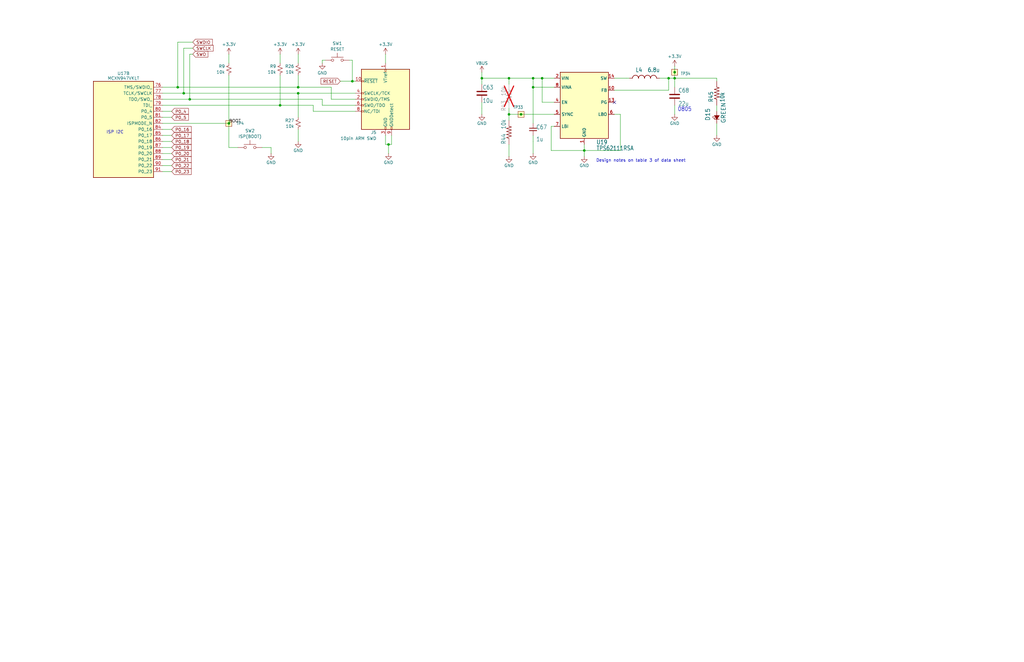
<source format=kicad_sch>
(kicad_sch (version 20250114) (generator "eeschema") (generator_version "9.0")
  (paper "USLedger")
  (title_block (title "OreSat Solar Module - Silicon Cells") (date "2025-09-16") (rev "1.1"))
  (lib_symbols
    (symbol "Connector:Conn_ARM_JTAG_SWD_10" (pin_names (offset 1.016))
      (property "Reference" "J" (at -2.54 16.51 0))
      (property "Value" "Conn_ARM_JTAG_SWD_10" (at -2.54 13.97 0))
      (symbol "Conn_ARM_JTAG_SWD_10_0_1"
        (rectangle (start -10.16 12.7) (end 10.16 -12.7) (stroke (width 0.254)) (fill (type background)))
        (rectangle (start -2.794 -12.7) (end -2.286 -11.684))
        (rectangle (start -0.254 12.7) (end 0.254 11.684))
        (rectangle (start -0.254 -12.7) (end 0.254 -11.684))
        (rectangle (start 9.144 2.286) (end 10.16 2.794))
        (rectangle (start 10.16 7.874) (end 9.144 7.366))
        (rectangle (start 10.16 -0.254) (end 9.144 0.254))
        (rectangle (start 10.16 -2.794) (end 9.144 -2.286))
      )
      (symbol "Conn_ARM_JTAG_SWD_10_1_1"
        (rectangle (start 9.144 -5.334) (end 10.16 -4.826))
        (pin no_connect line (at -10.16 0 0) (length 2.54) (hide yes) (name "KEY") (number "7"))
        (pin passive line (at -2.54 -15.24 90) (length 2.54) (name "GNDDetect") (number "9"))
        (pin power_in line (at 0 15.24 270) (length 2.54) (name "VTref") (number "1"))
        (pin power_in line (at 0 -15.24 90) (length 2.54) (name "GND") (number "3"))
        (pin passive line (at 0 -15.24 90) (length 2.54) (hide yes) (name "GND") (number "5"))
        (pin open_collector line (at 12.7 7.62 180) (length 2.54) (name "~{RESET}") (number "10"))
        (pin output line (at 12.7 2.54 180) (length 2.54) (name "SWCLK/TCK") (number "4"))
        (pin bidirectional line (at 12.7 0 180) (length 2.54) (name "SWDIO/TMS") (number "2"))
        (pin input line (at 12.7 -2.54 180) (length 2.54) (name "SWO/TDO") (number "6"))
        (pin output line (at 12.7 -5.08 180) (length 2.54) (name "NC/TDI") (number "8"))
      )
    )
    (symbol "Device:C" (pin_numbers (hide yes)) (pin_names (offset 0.254))
      (property "Reference" "C" (at 0.635 2.54 0))
      (property "Value" "C" (at 0.635 -2.54 0))
      (symbol "C_0_1"
        (polyline (pts (xy -2.032 0.762) (xy 2.032 0.762)) (stroke (width 0.508)))
        (polyline (pts (xy -2.032 -0.762) (xy 2.032 -0.762)) (stroke (width 0.508)))
      )
      (symbol "C_1_1"
        (pin passive line (at 0 3.81 270) (length 2.794) (name "~") (number "1"))
        (pin passive line (at 0 -3.81 90) (length 2.794) (name "~") (number "2"))
      )
    )
    (symbol "Device:C_Small" (pin_numbers (hide yes)) (pin_names (offset 0.254) (hide yes))
      (property "Reference" "C" (at 0.254 1.778 0))
      (property "Value" "C_Small" (at 0.254 -2.032 0))
      (symbol "C_Small_0_1"
        (polyline (pts (xy -1.524 0.508) (xy 1.524 0.508)) (stroke (width 0.3048)))
        (polyline (pts (xy -1.524 -0.508) (xy 1.524 -0.508)) (stroke (width 0.3302)))
      )
      (symbol "C_Small_1_1"
        (pin passive line (at 0 2.54 270) (length 2.032) (name "~") (number "1"))
        (pin passive line (at 0 -2.54 90) (length 2.032) (name "~") (number "2"))
      )
    )
    (symbol "Device:LED_Small_Filled" (pin_numbers (hide yes)) (pin_names (offset 0.254) (hide yes))
      (property "Reference" "D" (at -1.27 3.175 0))
      (property "Value" "LED_Small_Filled" (at -4.445 -2.54 0))
      (symbol "LED_Small_Filled_0_1"
        (polyline (pts (xy -0.762 -1.016) (xy -0.762 1.016)) (stroke (width 0.254)))
        (polyline (pts (xy 0 0.762) (xy -0.508 1.27) (xy -0.254 1.27) (xy -0.508 1.27) (xy -0.508 1.016)))
        (polyline (pts (xy 0.508 1.27) (xy 0 1.778) (xy 0.254 1.778) (xy 0 1.778) (xy 0 1.524)))
        (polyline (pts (xy 0.762 -1.016) (xy -0.762 0) (xy 0.762 1.016) (xy 0.762 -1.016)) (stroke (width 0.254)) (fill (type outline)))
        (polyline (pts (xy 1.016 0) (xy -0.762 0)))
      )
      (symbol "LED_Small_Filled_1_1"
        (pin passive line (at -2.54 0 0) (length 1.778) (name "K") (number "1"))
        (pin passive line (at 2.54 0 180) (length 1.778) (name "A") (number "2"))
      )
    )
    (symbol "Device:R_Small_US" (pin_numbers (hide yes)) (pin_names (offset 0.254) (hide yes))
      (property "Reference" "R" (at 0.762 0.508 0))
      (property "Value" "R_Small_US" (at 0.762 -1.016 0))
      (symbol "R_Small_US_1_1"
        (polyline (pts (xy 0 1.524) (xy 1.016 1.143) (xy 0 0.762) (xy -1.016 0.381) (xy 0 0)))
        (polyline (pts (xy 0 0) (xy 1.016 -0.381) (xy 0 -0.762) (xy -1.016 -1.143) (xy 0 -1.524)))
        (pin passive line (at 0 2.54 270) (length 1.016) (name "~") (number "1"))
        (pin passive line (at 0 -2.54 90) (length 1.016) (name "~") (number "2"))
      )
    )
    (symbol "Switch:SW_Push" (pin_numbers (hide yes)) (pin_names (offset 1.016) (hide yes))
      (property "Reference" "SW" (at 1.27 2.54 0))
      (property "Value" "SW_Push" (at 0 -1.524 0))
      (symbol "SW_Push_0_1"
        (circle (center -2.032 0) (radius 0.508))
        (polyline (pts (xy 0 1.27) (xy 0 3.048)))
        (circle (center 2.032 0) (radius 0.508))
        (polyline (pts (xy 2.54 1.27) (xy -2.54 1.27)))
        (pin passive line (at -5.08 0 0) (length 2.54) (name "1") (number "1"))
        (pin passive line (at 5.08 0 180) (length 2.54) (name "2") (number "2"))
      )
    )
    (symbol "oresat-ics:MCXN947VKLT"
      (property "Reference" "U" (at 0 49.022 0))
      (property "Value" "MCXN947VKLT" (at 0 46.99 0))
      (symbol "MCXN947VKLT_1_1"
        (rectangle (start -17.78 45.72) (end 17.78 -45.72) (stroke (width 0.254)) (fill (type background)))
        (pin power_in line (at -21.59 41.91 0) (length 3.81) (name "VDD_1") (number "83"))
        (pin power_in line (at -21.59 39.37 0) (length 3.81) (name "VDD_2") (number "96"))
        (pin power_in line (at -21.59 31.75 0) (length 3.81) (name "VDD_P3_1") (number "59"))
        (pin power_in line (at -21.59 29.21 0) (length 3.81) (name "VDD_P3_2") (number "66"))
        (pin power_in line (at -21.59 26.67 0) (length 3.81) (name "VDD_P3_3") (number "73"))
        (pin power_in line (at -21.59 21.59 0) (length 3.81) (name "VDD_P4") (number "34"))
        (pin power_in line (at -21.59 13.97 0) (length 3.81) (name "VDD_USB") (number "44"))
        (pin power_in line (at -21.59 7.62 0) (length 3.81) (name "VDD_BAT") (number "47"))
        (pin power_in line (at -21.59 0 0) (length 3.81) (name "VDD_ANA") (number "30"))
        (pin power_in line (at -21.59 -6.35 0) (length 3.81) (name "VREFH") (number "31"))
        (pin power_in line (at -21.59 -8.89 0) (length 3.81) (name "VREFL") (number "32"))
        (pin power_out line (at -21.59 -16.51 0) (length 3.81) (name "VDD_SYS") (number "55"))
        (pin power_in line (at -21.59 -20.32 0) (length 3.81) (name "VDD_DCDC/VDD_LDO_SYS") (number "54"))
        (pin power_out line (at -21.59 -26.67 0) (length 3.81) (name "DCDC_LX") (number "53"))
        (pin power_in line (at -21.59 -33.02 0) (length 3.81) (name "VDD_LDO_CORE/VDD/VDD_P2") (number "13"))
        (pin power_in line (at -21.59 -39.37 0) (length 3.81) (name "VDD_CORE_1") (number "12"))
        (pin power_in line (at -21.59 -41.91 0) (length 3.81) (name "VDD_CORE_2") (number "58"))
        (pin input line (at 21.59 38.1 180) (length 3.81) (name "RESET_B") (number "9"))
        (pin passive line (at 21.59 27.94 180) (length 3.81) (name "USB0_DP") (number "46"))
        (pin passive line (at 21.59 25.4 180) (length 3.81) (name "USB0_DM") (number "45"))
        (pin no_connect line (at 21.59 0 180) (length 3.81) (name "NC") (number "42"))
        (pin power_in line (at 21.59 -36.83 180) (length 3.81) (name "VSS_DCDC") (number "52"))
        (pin power_in line (at 21.59 -39.37 180) (length 3.81) (name "VSS_P4") (number "33"))
        (pin power_in line (at 21.59 -41.91 180) (length 3.81) (name "EP") (number "101"))
      )
      (symbol "MCXN947VKLT_2_1"
        (rectangle (start -12.7 20.32) (end 12.7 -20.32) (stroke (width 0.254)) (fill (type background)))
        (pin passive line (at -16.51 17.78 0) (length 3.81) (name "P0_0") (number "76") (alternate "TMS/SWDIO " passive line))
        (pin passive line (at -16.51 15.24 0) (length 3.81) (name "P0_1") (number "77") (alternate "TCLK/SWCLK" passive line))
        (pin passive line (at -16.51 12.7 0) (length 3.81) (name "P0_2") (number "78") (alternate "TDO/SWO " passive line))
        (pin passive line (at -16.51 10.16 0) (length 3.81) (name "P0_3") (number "79") (alternate "TDI " passive line))
        (pin passive line (at -16.51 7.62 0) (length 3.81) (name "P0_4") (number "80"))
        (pin passive line (at -16.51 5.08 0) (length 3.81) (name "P0_5") (number "81"))
        (pin passive line (at -16.51 2.54 0) (length 3.81) (name "P0_6") (number "82") (alternate "ISPMODE_N" passive line))
        (pin passive line (at -16.51 0 0) (length 3.81) (name "P0_16") (number "84"))
        (pin passive line (at -16.51 -2.54 0) (length 3.81) (name "P0_17") (number "85"))
        (pin passive line (at -16.51 -5.08 0) (length 3.81) (name "P0_18") (number "86"))
        (pin passive line (at -16.51 -7.62 0) (length 3.81) (name "P0_19") (number "87"))
        (pin passive line (at -16.51 -10.16 0) (length 3.81) (name "P0_20") (number "88"))
        (pin passive line (at -16.51 -12.7 0) (length 3.81) (name "P0_21") (number "89"))
        (pin passive line (at -16.51 -15.24 0) (length 3.81) (name "P0_22") (number "90"))
        (pin passive line (at -16.51 -17.78 0) (length 3.81) (name "P0_23") (number "91"))
      )
      (symbol "MCXN947VKLT_3_1"
        (rectangle (start -12.7 24.13) (end 12.7 -24.13) (stroke (width 0.254)) (fill (type background)))
        (pin passive line (at -16.51 21.59 0) (length 3.81) (name "P1_0") (number "92"))
        (pin passive line (at -16.51 19.05 0) (length 3.81) (name "P1_1") (number "93"))
        (pin passive line (at -16.51 16.51 0) (length 3.81) (name "P1_2") (number "94"))
        (pin passive line (at -16.51 13.97 0) (length 3.81) (name "P1_3") (number "95"))
        (pin passive line (at -16.51 11.43 0) (length 3.81) (name "P1_4") (number "97"))
        (pin passive line (at -16.51 8.89 0) (length 3.81) (name "P1_5") (number "98"))
        (pin passive line (at -16.51 6.35 0) (length 3.81) (name "P1_6") (number "99"))
        (pin passive line (at -16.51 3.81 0) (length 3.81) (name "P1_7") (number "100"))
        (pin passive line (at -16.51 1.27 0) (length 3.81) (name "P1_8") (number "1"))
        (pin passive line (at -16.51 -1.27 0) (length 3.81) (name "P1_9") (number "2"))
        (pin passive line (at -16.51 -3.81 0) (length 3.81) (name "P1_10") (number "3"))
        (pin passive line (at -16.51 -6.35 0) (length 3.81) (name "P1_11") (number "4"))
        (pin passive line (at -16.51 -8.89 0) (length 3.81) (name "P1_12") (number "5"))
        (pin passive line (at -16.51 -11.43 0) (length 3.81) (name "P1_13") (number "6"))
        (pin passive line (at -16.51 -13.97 0) (length 3.81) (name "P1_14") (number "7"))
        (pin passive line (at -16.51 -16.51 0) (length 3.81) (name "P1_15") (number "8"))
        (pin passive line (at -16.51 -19.05 0) (length 3.81) (name "P1_30") (number "10"))
        (pin passive line (at -16.51 -21.59 0) (length 3.81) (name "P1_31") (number "11"))
      )
      (symbol "MCXN947VKLT_4_1"
        (rectangle (start -12.7 11.43) (end 12.7 -11.43) (stroke (width 0.254)) (fill (type background)))
        (pin passive line (at -16.51 8.89 0) (length 3.81) (name "P2_0") (number "14"))
        (pin passive line (at -16.51 6.35 0) (length 3.81) (name "P2_1") (number "15"))
        (pin passive line (at -16.51 3.81 0) (length 3.81) (name "P2_2") (number "16"))
        (pin passive line (at -16.51 1.27 0) (length 3.81) (name "P2_3") (number "17"))
        (pin passive line (at -16.51 -1.27 0) (length 3.81) (name "P2_4") (number "18"))
        (pin passive line (at -16.51 -3.81 0) (length 3.81) (name "P2_5") (number "19"))
        (pin passive line (at -16.51 -6.35 0) (length 3.81) (name "P2_6") (number "20"))
        (pin passive line (at -16.51 -8.89 0) (length 3.81) (name "P2_7") (number "21"))
      )
      (symbol "MCXN947VKLT_5_1"
        (rectangle (start -12.7 21.59) (end 12.7 -21.59) (stroke (width 0.254)) (fill (type background)))
        (pin passive line (at -16.51 19.05 0) (length 3.81) (name "P3_0") (number "75"))
        (pin passive line (at -16.51 16.51 0) (length 3.81) (name "P3_1") (number "74"))
        (pin passive line (at -16.51 13.97 0) (length 3.81) (name "P3_6") (number "72"))
        (pin passive line (at -16.51 11.43 0) (length 3.81) (name "P3_7") (number "71"))
        (pin passive line (at -16.51 8.89 0) (length 3.81) (name "P3_8") (number "70"))
        (pin passive line (at -16.51 6.35 0) (length 3.81) (name "P3_9") (number "69"))
        (pin passive line (at -16.51 3.81 0) (length 3.81) (name "P3_10") (number "68"))
        (pin passive line (at -16.51 1.27 0) (length 3.81) (name "P3_11") (number "67"))
        (pin passive line (at -16.51 -1.27 0) (length 3.81) (name "P3_12") (number "65"))
        (pin passive line (at -16.51 -3.81 0) (length 3.81) (name "P3_13") (number "64"))
        (pin passive line (at -16.51 -6.35 0) (length 3.81) (name "P3_14") (number "63"))
        (pin passive line (at -16.51 -8.89 0) (length 3.81) (name "P3_15") (number "62"))
        (pin passive line (at -16.51 -11.43 0) (length 3.81) (name "P3_16") (number "61"))
        (pin passive line (at -16.51 -13.97 0) (length 3.81) (name "P3_17") (number "60"))
        (pin passive line (at -16.51 -16.51 0) (length 3.81) (name "P3_20") (number "57"))
        (pin passive line (at -16.51 -19.05 0) (length 3.81) (name "P3_21") (number "56"))
      )
      (symbol "MCXN947VKLT_6_1"
        (rectangle (start -12.7 21.59) (end 12.7 -21.59) (stroke (width 0.254)) (fill (type background)))
        (pin passive line (at -16.51 19.05 0) (length 3.81) (name "P4_0/ANA_0") (number "22"))
        (pin passive line (at -16.51 16.51 0) (length 3.81) (name "P4_1/ANA_1") (number "23"))
        (pin passive line (at -16.51 13.97 0) (length 3.81) (name "P4_2") (number "24"))
        (pin passive line (at -16.51 11.43 0) (length 3.81) (name "P4_3") (number "25"))
        (pin passive line (at -16.51 8.89 0) (length 3.81) (name "P4_4/ANA_4") (number "26"))
        (pin passive line (at -16.51 6.35 0) (length 3.81) (name "P4_5/ANA_5") (number "27"))
        (pin passive line (at -16.51 3.81 0) (length 3.81) (name "P4_6/ANA_6") (number "28"))
        (pin passive line (at -16.51 1.27 0) (length 3.81) (name "P4_7/ANA_7") (number "29"))
        (pin passive line (at -16.51 -1.27 0) (length 3.81) (name "P4_12") (number "35"))
        (pin passive line (at -16.51 -3.81 0) (length 3.81) (name "P4_13/ANA_14") (number "36"))
        (pin passive line (at -16.51 -6.35 0) (length 3.81) (name "P4_15") (number "37"))
        (pin passive line (at -16.51 -8.89 0) (length 3.81) (name "P4_16") (number "38"))
        (pin passive line (at -16.51 -11.43 0) (length 3.81) (name "P4_17/ANA_18") (number "39"))
        (pin passive line (at -16.51 -13.97 0) (length 3.81) (name "P4_19") (number "40"))
        (pin passive line (at -16.51 -16.51 0) (length 3.81) (name "P4_20") (number "41"))
        (pin passive line (at -16.51 -19.05 0) (length 3.81) (name "P4_23") (number "43"))
      )
      (symbol "MCXN947VKLT_7_1"
        (rectangle (start -12.7 6.35) (end 12.7 -6.35) (stroke (width 0.254)) (fill (type background)))
        (pin passive line (at -16.51 3.81 0) (length 3.81) (name "P5_0") (number "48"))
        (pin passive line (at -16.51 1.27 0) (length 3.81) (name "P5_1") (number "49"))
        (pin passive line (at -16.51 -1.27 0) (length 3.81) (name "P5_2") (number "50"))
        (pin passive line (at -16.51 -3.81 0) (length 3.81) (name "P5_3") (number "51"))
      )
    )
    (symbol "oresat-ics:TPS6211X"
      (property "Reference" "U" (at 4.826 -21.336 0))
      (symbol "TPS6211X_1_0"
        (pin power_in line (at -12.7 7.62 0) (length 2.54) (name "VIN") (number "2"))
        (pin power_in line (at -12.7 7.62 0) (length 2.54) (hide yes) (name "VIN") (number "3"))
        (pin power_in line (at -12.7 3.81 0) (length 2.54) (name "VINA") (number "8"))
        (pin input line (at -12.7 -2.54 0) (length 2.54) (name "EN") (number "4"))
        (pin input line (at -12.7 -7.62 0) (length 2.54) (name "SYNC") (number "5"))
        (pin input line (at -12.7 -12.7 0) (length 2.54) (name "LBI") (number "7"))
        (pin power_in line (at 0 -20.32 90) (length 2.54) (name "GND") (number "1"))
        (pin power_in line (at 0 -20.32 90) (length 2.54) (hide yes) (name "GND") (number "11"))
        (pin power_in line (at 0 -20.32 90) (length 2.54) (hide yes) (name "GND") (number "12"))
        (pin power_in line (at 0 -20.32 90) (length 2.54) (hide yes) (name "GND") (number "16"))
        (pin power_in line (at 0 -20.32 90) (length 2.54) (hide yes) (name "GND") (number "17"))
        (pin power_in line (at 0 -20.32 90) (length 2.54) (hide yes) (name "GND") (number "9"))
        (pin output line (at 12.7 7.62 180) (length 2.54) (name "SW") (number "14"))
        (pin output line (at 12.7 7.62 180) (length 2.54) (hide yes) (name "SW") (number "15"))
        (pin input line (at 12.7 2.54 180) (length 2.54) (name "FB") (number "10"))
        (pin open_collector line (at 12.7 -2.54 180) (length 2.54) (name "PG") (number "13"))
        (pin open_collector line (at 12.7 -7.62 180) (length 2.54) (name "LBO") (number "6"))
      )
      (symbol "TPS6211X_1_1"
        (rectangle (start -10.16 10.16) (end 10.16 -17.78) (stroke (width 0.254)) (fill (type background)))
      )
    )
    (symbol "oresat-misc:Test-Point-0.75mm-th" (exclude_from_sim yes) (in_bom no)
      (property "Reference" "TP" (at 0 2.54 0))
      (symbol "Test-Point-0.75mm-th_1_0"
        (pin passive line (at 0 0 0) (length 0) (name "1") (number "1"))
      )
      (symbol "Test-Point-0.75mm-th_1_1"
        (rectangle (start -1.27 1.27) (end 1.27 -1.27) (fill (type background)))
      )
    )
    (symbol "oresat-passives:L_BIG" (pin_numbers (hide yes)) (pin_names (offset 1.016) (hide yes))
      (property "Reference" "L" (at -2.794 0 90))
      (property "Value" "L" (at 3.556 0 90))
      (symbol "L_BIG_1_1"
        (arc (start 0 5.08) (mid 1.27 3.81) (end 0 2.54) (stroke (width 0.25)))
        (arc (start 0 2.54) (mid 1.27 1.27) (end 0 0) (stroke (width 0.25)))
        (arc (start 0 0) (mid 1.27 -1.27) (end 0 -2.54) (stroke (width 0.25)))
        (arc (start 0 -2.54) (mid 1.27 -3.81) (end 0 -5.08) (stroke (width 0.25)))
        (pin passive line (at 0 6.35 270) (length 1.27) (name "1") (number "1"))
        (pin passive line (at 0 -6.35 90) (length 1.27) (name "2") (number "2"))
      )
    )
    (symbol "oresat-passives:R-US"
      (property "Reference" "R" (at 0 2.54 0))
      (symbol "R-US_1_0"
        (polyline (pts (xy -2.54 0) (xy -2.159 1.016)) (stroke (width 0.2032)))
        (polyline (pts (xy -2.159 1.016) (xy -1.524 -1.016)) (stroke (width 0.2032)))
        (polyline (pts (xy -1.524 -1.016) (xy -0.889 1.016)) (stroke (width 0.2032)))
        (polyline (pts (xy -0.889 1.016) (xy -0.254 -1.016)) (stroke (width 0.2032)))
        (polyline (pts (xy -0.254 -1.016) (xy 0.381 1.016)) (stroke (width 0.2032)))
        (polyline (pts (xy 0.381 1.016) (xy 1.016 -1.016)) (stroke (width 0.2032)))
        (polyline (pts (xy 1.016 -1.016) (xy 1.651 1.016)) (stroke (width 0.2032)))
        (polyline (pts (xy 1.651 1.016) (xy 2.286 -1.016)) (stroke (width 0.2032)))
        (polyline (pts (xy 2.286 -1.016) (xy 2.54 0)) (stroke (width 0.2032)))
        (pin passive line (at -5.08 0 0) (length 2.54) (name "1") (number "1"))
        (pin passive line (at 5.08 0 180) (length 2.54) (name "2") (number "2"))
      )
    )
    (symbol "power:+3.3V" (power) (pin_numbers (hide yes)) (pin_names (offset 0) (hide yes))
      (property "Value" "+3.3V" (at 0 3.556 0))
      (symbol "+3.3V_0_1"
        (polyline (pts (xy -0.762 1.27) (xy 0 2.54)))
        (polyline (pts (xy 0 2.54) (xy 0.762 1.27)))
        (polyline (pts (xy 0 0) (xy 0 2.54)))
      )
      (symbol "+3.3V_1_1"
        (pin power_in line (at 0 0 90) (length 0) (name "~") (number "1"))
      )
    )
    (symbol "power:GND" (power) (pin_numbers (hide yes)) (pin_names (offset 0) (hide yes))
      (property "Value" "GND" (at 0 -3.81 0))
      (symbol "GND_0_1"
        (polyline (pts (xy 0 0) (xy 0 -1.27) (xy 1.27 -1.27) (xy 0 -2.54) (xy -1.27 -1.27) (xy 0 -1.27)))
      )
      (symbol "GND_1_1"
        (pin power_in line (at 0 0 270) (length 0) (name "~") (number "1"))
      )
    )
    (symbol "power:VBUS" (power) (pin_numbers (hide yes)) (pin_names (offset 0) (hide yes))
      (property "Value" "VBUS" (at 0 3.556 0))
      (symbol "VBUS_0_1"
        (polyline (pts (xy -0.762 1.27) (xy 0 2.54)))
        (polyline (pts (xy 0 2.54) (xy 0.762 1.27)))
        (polyline (pts (xy 0 0) (xy 0 2.54)))
      )
      (symbol "VBUS_1_1"
        (pin power_in line (at 0 0 90) (length 0) (name "~") (number "1"))
      )
    )
  )
  (text "0805" (at 285.75 47.244 0) (effects (font (size 1.778 1.5113)) (justify left bottom)))
  (text "ISP I2C" (at 48.514 55.88 0) (effects (font (size 1.27 1.27))))
  (text "Design notes on table 3 of data sheet" (at 270.256 67.818 0) (effects (font (size 1.27 1.27))))
  (junction (at 284.48 33.02))
  (junction (at 228.6 33.02))
  (junction (at 148.59 34.29))
  (junction (at 118.11 44.45))
  (junction (at 125.73 39.37))
  (junction (at 224.79 36.83))
  (junction (at 214.63 33.02))
  (junction (at 74.93 36.83))
  (junction (at 125.73 36.83))
  (junction (at 163.83 60.96))
  (junction (at 80.01 41.91))
  (junction (at 203.2 33.02))
  (junction (at 284.48 30.48))
  (junction (at 246.38 63.5))
  (junction (at 219.71 48.26))
  (junction (at 281.94 33.02))
  (junction (at 224.79 33.02))
  (junction (at 77.47 39.37))
  (junction (at 96.52 52.07))
  (junction (at 214.63 48.26))
  (no_connect (at 259.08 43.18))
  (wire (pts (xy 214.63 48.26) (xy 214.63 45.72)) (stroke (width 0.1524)))
  (wire (pts (xy 284.48 33.02) (xy 284.48 30.48)) (stroke (width 0.1524)))
  (wire (pts (xy 68.58 72.39) (xy 72.39 72.39)))
  (wire (pts (xy 264.16 33.02) (xy 265.43 33.02)))
  (wire (pts (xy 214.63 35.56) (xy 214.63 33.02)) (stroke (width 0.1524)))
  (wire (pts (xy 165.1 57.15) (xy 165.1 60.96)))
  (wire (pts (xy 302.26 33.02) (xy 302.26 34.29)) (stroke (width 0.1524)))
  (wire (pts (xy 135.89 41.91) (xy 80.01 41.91)))
  (wire (pts (xy 261.62 48.26) (xy 261.62 63.5)) (stroke (width 0.1524)))
  (wire (pts (xy 125.73 36.83) (xy 139.7 36.83)))
  (wire (pts (xy 68.58 59.69) (xy 72.39 59.69)))
  (wire (pts (xy 68.58 54.61) (xy 72.39 54.61)))
  (wire (pts (xy 219.71 48.26) (xy 233.68 48.26)))
  (wire (pts (xy 165.1 60.96) (xy 163.83 60.96)))
  (wire (pts (xy 162.56 22.86) (xy 162.56 26.67)))
  (wire (pts (xy 80.01 22.86) (xy 80.01 41.91)))
  (wire (pts (xy 74.93 17.78) (xy 74.93 36.83)))
  (wire (pts (xy 81.28 17.78) (xy 74.93 17.78)))
  (wire (pts (xy 203.2 45.72) (xy 203.2 48.26)))
  (wire (pts (xy 148.59 25.4) (xy 148.59 34.29)))
  (wire (pts (xy 148.59 34.29) (xy 143.51 34.29)))
  (wire (pts (xy 232.41 53.34) (xy 232.41 63.5)) (stroke (width 0.1524)))
  (wire (pts (xy 96.52 52.07) (xy 96.52 62.23)))
  (wire (pts (xy 118.11 44.45) (xy 68.58 44.45)))
  (wire (pts (xy 246.38 63.5) (xy 246.38 66.04)) (stroke (width 0.1524)))
  (wire (pts (xy 135.89 41.91) (xy 135.89 44.45)))
  (wire (pts (xy 232.41 63.5) (xy 246.38 63.5)) (stroke (width 0.1524)))
  (wire (pts (xy 232.41 53.34) (xy 233.68 53.34)))
  (wire (pts (xy 149.86 34.29) (xy 148.59 34.29)))
  (wire (pts (xy 203.2 43.18) (xy 203.2 45.72)) (stroke (width 0.1524)))
  (wire (pts (xy 233.68 36.83) (xy 224.79 36.83)))
  (wire (pts (xy 125.73 39.37) (xy 125.73 49.53)))
  (wire (pts (xy 68.58 62.23) (xy 72.39 62.23)))
  (wire (pts (xy 125.73 22.86) (xy 125.73 26.67)))
  (wire (pts (xy 302.26 52.07) (xy 302.26 57.15)) (stroke (width 0.1524)))
  (wire (pts (xy 74.93 36.83) (xy 68.58 36.83)))
  (wire (pts (xy 214.63 48.26) (xy 219.71 48.26)) (stroke (width 0.1524)))
  (wire (pts (xy 118.11 31.75) (xy 118.11 44.45)))
  (wire (pts (xy 149.86 44.45) (xy 135.89 44.45)))
  (wire (pts (xy 162.56 57.15) (xy 162.56 60.96)))
  (wire (pts (xy 125.73 39.37) (xy 77.47 39.37)))
  (wire (pts (xy 114.3 62.23) (xy 110.49 62.23)))
  (wire (pts (xy 228.6 33.02) (xy 233.68 33.02)) (stroke (width 0.1524)))
  (wire (pts (xy 68.58 69.85) (xy 72.39 69.85)))
  (wire (pts (xy 214.63 50.8) (xy 214.63 48.26)) (stroke (width 0.1524)))
  (wire (pts (xy 81.28 22.86) (xy 80.01 22.86)))
  (wire (pts (xy 139.7 36.83) (xy 139.7 41.91)))
  (wire (pts (xy 259.08 48.26) (xy 261.62 48.26)) (stroke (width 0.1524)))
  (wire (pts (xy 68.58 46.99) (xy 72.39 46.99)))
  (wire (pts (xy 132.08 46.99) (xy 149.86 46.99)))
  (wire (pts (xy 96.52 31.75) (xy 96.52 52.07)))
  (wire (pts (xy 284.48 44.45) (xy 284.48 48.26)) (stroke (width 0.1524)))
  (wire (pts (xy 224.79 59.69) (xy 224.79 64.77)) (stroke (width 0.1524)))
  (wire (pts (xy 81.28 20.32) (xy 77.47 20.32)))
  (wire (pts (xy 281.94 33.02) (xy 284.48 33.02)) (stroke (width 0.1524)))
  (wire (pts (xy 77.47 20.32) (xy 77.47 39.37)))
  (wire (pts (xy 125.73 31.75) (xy 125.73 36.83)))
  (wire (pts (xy 284.48 33.02) (xy 302.26 33.02)) (stroke (width 0.1524)))
  (wire (pts (xy 68.58 49.53) (xy 72.39 49.53)))
  (wire (pts (xy 147.32 25.4) (xy 148.59 25.4)))
  (wire (pts (xy 96.52 62.23) (xy 100.33 62.23)))
  (wire (pts (xy 139.7 41.91) (xy 149.86 41.91)))
  (wire (pts (xy 162.56 60.96) (xy 163.83 60.96)))
  (wire (pts (xy 125.73 54.61) (xy 125.73 59.69)))
  (wire (pts (xy 149.86 39.37) (xy 125.73 39.37)))
  (wire (pts (xy 118.11 22.86) (xy 118.11 26.67)))
  (wire (pts (xy 68.58 57.15) (xy 72.39 57.15)))
  (wire (pts (xy 259.08 33.02) (xy 264.16 33.02)) (stroke (width 0.1524)))
  (wire (pts (xy 261.62 63.5) (xy 246.38 63.5)) (stroke (width 0.1524)))
  (wire (pts (xy 233.68 43.18) (xy 228.6 43.18)))
  (wire (pts (xy 259.08 38.1) (xy 281.94 38.1)) (stroke (width 0.1524)))
  (wire (pts (xy 284.48 33.02) (xy 284.48 36.83)))
  (wire (pts (xy 214.63 60.96) (xy 214.63 66.04)) (stroke (width 0.1524)))
  (wire (pts (xy 278.13 33.02) (xy 281.94 33.02)) (stroke (width 0.1524)))
  (wire (pts (xy 302.26 44.45) (xy 302.26 46.99)))
  (wire (pts (xy 246.38 60.96) (xy 246.38 63.5)))
  (wire (pts (xy 96.52 52.07) (xy 68.58 52.07)))
  (wire (pts (xy 284.48 27.94) (xy 284.48 30.48)) (stroke (width 0.1524)))
  (wire (pts (xy 68.58 67.31) (xy 72.39 67.31)))
  (wire (pts (xy 224.79 36.83) (xy 224.79 33.02)))
  (wire (pts (xy 125.73 36.83) (xy 74.93 36.83)))
  (wire (pts (xy 214.63 33.02) (xy 224.79 33.02)) (stroke (width 0.1524)))
  (wire (pts (xy 203.2 35.56) (xy 203.2 33.02)) (stroke (width 0.1524)))
  (wire (pts (xy 203.2 33.02) (xy 214.63 33.02)) (stroke (width 0.1524)))
  (wire (pts (xy 135.89 25.4) (xy 135.89 26.67)))
  (wire (pts (xy 224.79 33.02) (xy 228.6 33.02)) (stroke (width 0.1524)))
  (wire (pts (xy 96.52 22.86) (xy 96.52 26.67)))
  (wire (pts (xy 137.16 25.4) (xy 135.89 25.4)))
  (wire (pts (xy 118.11 44.45) (xy 132.08 44.45)))
  (wire (pts (xy 163.83 60.96) (xy 163.83 64.77)))
  (wire (pts (xy 224.79 36.83) (xy 224.79 52.07)))
  (wire (pts (xy 77.47 39.37) (xy 68.58 39.37)))
  (wire (pts (xy 80.01 41.91) (xy 68.58 41.91)))
  (wire (pts (xy 132.08 44.45) (xy 132.08 46.99)))
  (wire (pts (xy 224.79 57.15) (xy 224.79 59.69)))
  (wire (pts (xy 68.58 64.77) (xy 72.39 64.77)))
  (wire (pts (xy 203.2 33.02) (xy 203.2 30.48)) (stroke (width 0.1524)))
  (wire (pts (xy 281.94 38.1) (xy 281.94 33.02)) (stroke (width 0.1524)))
  (wire (pts (xy 114.3 64.77) (xy 114.3 62.23)))
  (wire (pts (xy 228.6 33.02) (xy 228.6 43.18)))
  (label "BOOT" (at 96.52 52.07 0))
  (global_label "P0_16" (shape input) (at 72.39 54.61 0) (property "Intersheetrefs" "${INTERSHEET_REFS}" (effects (hide yes))))
  (global_label "P0_23" (shape input) (at 72.39 72.39 0) (property "Intersheetrefs" "${INTERSHEET_REFS}" (effects (hide yes))))
  (global_label "RESET" (shape input) (at 143.51 34.29 180) (property "Intersheetrefs" "${INTERSHEET_REFS}" (effects (hide yes))))
  (global_label "P0_4" (shape input) (at 72.39 46.99 0) (property "Intersheetrefs" "${INTERSHEET_REFS}" (effects (hide yes))))
  (global_label "P0_17" (shape input) (at 72.39 57.15 0) (property "Intersheetrefs" "${INTERSHEET_REFS}" (effects (hide yes))))
  (global_label "SWDIO" (shape input) (at 81.28 17.78 0) (property "Intersheetrefs" "${INTERSHEET_REFS}" (effects (hide yes))))
  (global_label "P0_19" (shape input) (at 72.39 62.23 0) (property "Intersheetrefs" "${INTERSHEET_REFS}" (effects (hide yes))))
  (global_label "P0_18" (shape input) (at 72.39 59.69 0) (property "Intersheetrefs" "${INTERSHEET_REFS}" (effects (hide yes))))
  (global_label "SWCLK" (shape input) (at 81.28 20.32 0) (property "Intersheetrefs" "${INTERSHEET_REFS}" (effects (hide yes))))
  (global_label "P0_22" (shape input) (at 72.39 69.85 0) (property "Intersheetrefs" "${INTERSHEET_REFS}" (effects (hide yes))))
  (global_label "P0_20" (shape input) (at 72.39 64.77 0) (property "Intersheetrefs" "${INTERSHEET_REFS}" (effects (hide yes))))
  (global_label "P0_5" (shape input) (at 72.39 49.53 0) (property "Intersheetrefs" "${INTERSHEET_REFS}" (effects (hide yes))))
  (global_label "SWO" (shape input) (at 81.28 22.86 0) (property "Intersheetrefs" "${INTERSHEET_REFS}" (effects (hide yes))))
  (global_label "P0_21" (shape input) (at 72.39 67.31 0) (property "Intersheetrefs" "${INTERSHEET_REFS}" (effects (hide yes))))
  (symbol (lib_id "oresat-passives:R-US") (at 214.63 55.88 90) (unit 1)
    (property "Reference" "R44" (at 213.36 60.96 0) (effects (font (size 1.778 1.5113)) (justify left bottom)))
    (property "Value" "10k" (at 213.36 54.61 0) (effects (font (size 1.778 1.5113)) (justify left bottom)))
    (property "Footprint" "oresat-passives:0603-C-NOSILK" (effects (hide yes)))
    (property "Description" "10 kOhms ±1% 0.1W, 1/10W Chip Resistor 0603 (1608 Metric) Automotive AEC-Q200 Thick Film" (effects (hide yes)))
    (property "DIS" "Digi-Key" (effects (hide yes)))
    (property "DPN" "1276-4275-1-ND" (effects (hide yes)))
    (property "MFR" "Stackpole Electronics Inc" (effects (hide yes)))
    (property "MPN" "RMCF0603FT10K0" (effects (hide yes)))
  )
  (symbol (lib_id "power:VBUS") (at 203.2 30.48 0) (unit 1)
    (property "Reference" "#PWR030" (effects (hide yes)))
    (property "Value" "VBUS" (at 203.2 26.67 0))
    (property "Description" "Power symbol creates a global label with name \"VBUS\"" (effects (hide yes)))
  )
  (symbol (lib_id "power:GND") (at 224.79 64.77 0) (unit 1)
    (property "Reference" "#GND068" (effects (hide yes)))
    (property "Value" "GND" (at 224.79 68.58 0))
    (property "Description" "Power symbol creates a global label with name \"GND\" , ground" (effects (hide yes)))
  )
  (symbol (lib_id "power:GND") (at 114.3 64.77 0) (mirror y) (unit 1)
    (property "Reference" "#PWR047" (effects (hide yes)))
    (property "Value" "GND" (at 114.3 68.58 0))
    (property "Description" "Power symbol creates a global label with name \"GND\" , ground" (effects (hide yes)))
  )
  (symbol (lib_id "power:GND") (at 246.38 66.04 0) (unit 1)
    (property "Reference" "#GND067" (effects (hide yes)))
    (property "Value" "GND" (at 246.38 69.85 0))
    (property "Description" "Power symbol creates a global label with name \"GND\" , ground" (effects (hide yes)))
  )
  (symbol (lib_id "Connector:Conn_ARM_JTAG_SWD_10") (at 162.56 41.91 0) (mirror y) (unit 1)
    (property "Reference" "J5" (at 158.75 55.88 0) (effects (justify left)))
    (property "Value" "10pin ARM SWD" (at 158.75 58.42 0) (effects (justify left)))
    (property "Footprint" "Connector_PinHeader_1.27mm:PinHeader_2x05_P1.27mm_Vertical" (effects (hide yes)))
    (property "Datasheet" "http://infocenter.arm.com/help/topic/com.arm.doc.ddi0314h/DDI0314H_coresight_components_trm.pdf" (effects (hide yes)))
    (property "Description" "Cortex Debug Connector, standard ARM Cortex-M SWD and JTAG interface" (effects (hide yes)))
    (property "MFR" "GCT" (effects (hide yes)))
    (property "MPN" "BD120-10-A-0305-0229-L-B" (effects (hide yes)))
  )
  (symbol (lib_id "Device:R_Small_US") (at 125.73 52.07 0) (mirror x) (unit 1)
    (property "Reference" "R27" (at 124.079 50.8578 0) (effects (justify right)))
    (property "Value" "10k" (at 124.079 53.2821 0) (effects (justify right)))
    (property "Footprint" "oresat-passives:0603-C-NOSILK" (effects (hide yes)))
    (property "Description" "10 kOhms ±1% 0.1W, 1/10W Chip Resistor 0603 (1608 Metric) Automotive AEC-Q200 Thick Film" (effects (hide yes)))
    (property "MFR" "Stackpole Electronics Inc" (effects (hide yes)))
    (property "MPN" "RMCF0603FT10K0" (effects (hide yes)))
  )
  (symbol (lib_id "oresat-misc:Test-Point-0.75mm-th") (at 219.71 48.26 0) (unit 1) (in_bom no)
    (property "Reference" "TP33" (at 216.408 45.974 0) (effects (font (size 1.27 1.0795)) (justify left bottom)))
    (property "Value" "Test-Point" (effects (hide yes)))
    (property "Footprint" "oresat-misc:TestPoint-0.75mm-th" (effects (hide yes)))
    (property "Description" "0.75 mm TH test point; good for scope probes and jumpers" (effects (hide yes)))
  )
  (symbol (lib_id "power:GND") (at 284.48 48.26 0) (mirror y) (unit 1)
    (property "Reference" "#GND070" (effects (hide yes)))
    (property "Value" "GND" (at 284.48 52.07 0))
    (property "Description" "Power symbol creates a global label with name \"GND\" , ground" (effects (hide yes)))
  )
  (symbol (lib_id "power:GND") (at 163.83 64.77 0) (mirror y) (unit 1)
    (property "Reference" "#PWR038" (effects (hide yes)))
    (property "Value" "GND" (at 163.83 68.58 0))
    (property "Description" "Power symbol creates a global label with name \"GND\" , ground" (effects (hide yes)))
  )
  (symbol (lib_id "oresat-misc:Test-Point-0.75mm-th") (at 96.52 52.07 90) (unit 1) (exclude_from_sim yes) (in_bom no)
    (property "Reference" "TP4" (at 102.87 52.07 90) (effects (font (size 1.27 1.0795)) (justify left)))
    (property "Value" "Test-Point" (effects (hide yes)))
    (property "Footprint" "oresat-misc:TestPoint-0.75mm-th" (effects (hide yes)))
    (property "Description" "0.75 mm TH test point; good for scope probes and jumpers" (effects (hide yes)))
  )
  (symbol (lib_id "power:+3.3V") (at 96.52 22.86 0) (mirror y) (unit 1)
    (property "Reference" "#PWR051" (effects (hide yes)))
    (property "Value" "+3.3V" (at 96.52 18.7269 0))
    (property "Description" "Power symbol creates a global label with name \"+3.3V\"" (effects (hide yes)))
  )
  (symbol (lib_id "oresat-passives:R-US") (at 214.63 40.64 90) (unit 1) (dnp yes)
    (property "Reference" "R43" (at 213.36 46.99 0) (effects (font (size 1.778 1.5113)) (justify left bottom)))
    (property "Value" "10k" (at 213.36 40.64 0) (effects (font (size 1.778 1.5113)) (justify left bottom)))
    (property "Footprint" "oresat-passives:0603-C-NOSILK" (effects (hide yes)))
    (property "DIS" "Digi-Key" (effects (hide yes)))
    (property "DPN" "RNCP0603FTD10K0CT-ND  " (effects (hide yes)))
    (property "MFR" "Stackpole" (effects (hide yes)))
    (property "MPN" "RNCP0603FTD10K0" (effects (hide yes)))
  )
  (symbol (lib_id "Device:C") (at 203.2 39.37 0) (unit 1)
    (property "Reference" "C63" (at 203.454 37.846 0) (effects (font (size 1.778 1.5113)) (justify left bottom)))
    (property "Value" "10u" (at 203.454 43.434 0) (effects (font (size 1.778 1.5113)) (justify left bottom)))
    (property "Footprint" "oresat-passives:0603-C-NOSILK" (effects (hide yes)))
    (property "Datasheet" "https://search.murata.co.jp/Ceramy/image/img/A01X/G101/ENG/GRM188R61E106KA73-01.pdf" (effects (hide yes)))
    (property "Description" "10 µF ±10% 25V Ceramic Capacitor X5R 0603 (1608 Metric)" (effects (hide yes)))
    (property "DIS" "Digi-Key" (effects (hide yes)))
    (property "DPN" "1276-6472-1-ND" (effects (hide yes)))
    (property "MFR" "Murata Electronics" (effects (hide yes)))
    (property "MPN" "GRM188R61E106KA73D" (effects (hide yes)))
  )
  (symbol (lib_id "power:GND") (at 203.2 48.26 0) (unit 1)
    (property "Reference" "#GND069" (effects (hide yes)))
    (property "Value" "GND" (at 203.2 52.07 0))
    (property "Description" "Power symbol creates a global label with name \"GND\" , ground" (effects (hide yes)))
  )
  (symbol (lib_id "Device:R_Small_US") (at 125.73 29.21 0) (mirror x) (unit 1)
    (property "Reference" "R26" (at 124.079 27.9978 0) (effects (justify right)))
    (property "Value" "10k" (at 124.079 30.4221 0) (effects (justify right)))
    (property "Footprint" "oresat-passives:0603-C-NOSILK" (effects (hide yes)))
    (property "Description" "10 kOhms ±1% 0.1W, 1/10W Chip Resistor 0603 (1608 Metric) Automotive AEC-Q200 Thick Film" (effects (hide yes)))
    (property "MFR" "Stackpole Electronics Inc" (effects (hide yes)))
    (property "MPN" "RMCF0603FT10K0" (effects (hide yes)))
  )
  (symbol (lib_id "oresat-misc:Test-Point-0.75mm-th") (at 284.48 30.48 0) (unit 1) (in_bom no)
    (property "Reference" "TP34" (at 287.02 31.75 0) (effects (font (size 1.27 1.0795)) (justify left bottom)))
    (property "Value" "Test-Point" (effects (hide yes)))
    (property "Footprint" "oresat-misc:TestPoint-0.75mm-th" (effects (hide yes)))
    (property "Description" "0.75 mm TH test point; good for scope probes and jumpers" (effects (hide yes)))
  )
  (symbol (lib_id "oresat-ics:MCXN947VKLT") (at 52.07 54.61 0) (mirror y) (unit 2)
    (property "Reference" "U17" (at 52.07 30.988 0))
    (property "Value" "MCXN947VKLT" (at 52.07 33.02 0))
    (property "Footprint" "oresat-ics:MCXN947KVLT-QFP50P1600X1600X160-101N" (effects (hide yes)))
    (property "Datasheet" "https://www.nxp.com/docs/en/data-sheet/MCXNx4xDS.pdf" (effects (hide yes)))
    (property "Description" "ARM Microcontrollers - MCU MCXN10, 100HLQFP (also MCXN947VNLT)" (effects (hide yes)))
    (property "MFR" "NXP" (effects (hide yes)))
    (property "MPN" "MCXN947VKLT" (effects (hide yes)))
    (pin "77" (alternate "TCLK/SWCLK"))
    (pin "79" (alternate "TDI "))
    (pin "76" (alternate "TMS/SWDIO "))
    (pin "78" (alternate "TDO/SWO "))
    (pin "82" (alternate "ISPMODE_N"))
  )
  (symbol (lib_id "power:+3.3V") (at 162.56 22.86 0) (mirror y) (unit 1)
    (property "Reference" "#PWR039" (effects (hide yes)))
    (property "Value" "+3.3V" (at 162.56 18.7269 0))
    (property "Description" "Power symbol creates a global label with name \"+3.3V\"" (effects (hide yes)))
  )
  (symbol (lib_id "power:GND") (at 214.63 66.04 0) (unit 1)
    (property "Reference" "#GND071" (effects (hide yes)))
    (property "Value" "GND" (at 214.63 69.85 0))
    (property "Description" "Power symbol creates a global label with name \"GND\" , ground" (effects (hide yes)))
  )
  (symbol (lib_id "oresat-ics:TPS6211X") (at 246.38 40.64 0) (unit 1)
    (property "Reference" "U19" (at 251.46 60.96 0) (effects (font (size 1.778 1.5113)) (justify left bottom)))
    (property "Value" "TPS62111RSA" (at 251.46 63.5 0) (effects (font (size 1.778 1.5113)) (justify left bottom)))
    (property "Footprint" "Package_DFN_QFN:Texas_RSA_VQFN-16-1EP_4x4mm_P0.65mm_EP2.7x2.7mm" (effects (hide yes)))
    (property "Datasheet" "https://www.ti.com/lit/ds/symlink/tps62110.pdf?ts=1752185757661&ref_url=https%253A%252F%252Fwww.google.com%252F" (effects (hide yes)))
    (property "Description" "Buck Switching Regulator IC Positive Fixed 3.3V 1 Output 1.5A 16-VQFN Exposed Pad" (effects (hide yes)))
    (property "DIS" "Digi-Key" (effects (hide yes)))
    (property "DPN" "296-37681-2-ND" (effects (hide yes)))
    (property "MFR" "Texas Instruments" (effects (hide yes)))
    (property "MPN" "TPS62111RSAR" (effects (hide yes)))
  )
  (symbol (lib_id "power:GND") (at 135.89 26.67 0) (mirror y) (unit 1)
    (property "Reference" "#PWR043" (effects (hide yes)))
    (property "Value" "GND" (at 135.89 30.8031 0))
    (property "Description" "Power symbol creates a global label with name \"GND\" , ground" (effects (hide yes)))
  )
  (symbol (lib_id "oresat-passives:R-US") (at 302.26 39.37 90) (unit 1)
    (property "Reference" "R45" (at 300.7614 43.18 0) (effects (font (size 1.778 1.5113)) (justify left bottom)))
    (property "Value" "10k" (at 305.562 43.18 0) (effects (font (size 1.778 1.5113)) (justify left bottom)))
    (property "Footprint" "oresat-passives:0603-C-NOSILK" (effects (hide yes)))
    (property "Description" "10 kOhms ±1% 0.1W, 1/10W Chip Resistor 0603 (1608 Metric) Automotive AEC-Q200 Thick Film" (effects (hide yes)))
    (property "DIS" "Digi-Key" (effects (hide yes)))
    (property "DPN" "P2.7KDBCT-ND" (effects (hide yes)))
    (property "MFR" "Stackpole Electronics Inc" (effects (hide yes)))
    (property "MPN" "RMCF0603FT10K0" (effects (hide yes)))
  )
  (symbol (lib_id "Device:C_Small") (at 224.79 54.61 0) (unit 1)
    (property "Reference" "C67" (at 226.06 54.61 0) (effects (font (size 1.778 1.5113)) (justify left bottom)))
    (property "Value" "1u" (at 226.06 59.69 0) (effects (font (size 1.778 1.5113)) (justify left bottom)))
    (property "Footprint" "oresat-passives:0603-C-NOSILK" (effects (hide yes)))
    (property "Datasheet" "https://search.murata.co.jp/Ceramy/image/img/A01X/G101/ENG/GRM185R61E105KA12-01.pdf" (effects (hide yes)))
    (property "Description" "1 µF ±10% 25V Ceramic Capacitor X5R 0603 (1608 Metric)" (effects (hide yes)))
    (property "DIS" "Digi-Key" (effects (hide yes)))
    (property "DPN" "311-1444-1-ND" (effects (hide yes)))
    (property "MFR" "Murata Electronics" (effects (hide yes)))
    (property "MPN" "GRM185R61E105KA12J" (effects (hide yes)))
  )
  (symbol (lib_id "power:+3.3V") (at 125.73 22.86 0) (mirror y) (unit 1)
    (property "Reference" "#PWR045" (effects (hide yes)))
    (property "Value" "+3.3V" (at 125.73 18.7269 0))
    (property "Description" "Power symbol creates a global label with name \"+3.3V\"" (effects (hide yes)))
  )
  (symbol (lib_id "Device:LED_Small_Filled") (at 302.26 49.53 90) (unit 1)
    (property "Reference" "D15" (at 299.466 51.054 0) (effects (font (size 1.778 1.778)) (justify left bottom)))
    (property "Value" "GREEN" (at 304.038 52.07 0) (effects (font (size 1.778 1.778)) (justify left top)))
    (property "Footprint" "LED_SMD:LED_0603_1608Metric" (effects (hide yes)))
    (property "Description" "Light emitting diode, small symbol, filled shape" (effects (hide yes)))
    (property "DIS" "Digi-Key" (effects (hide yes)))
    (property "DPN" "511-1584-1-ND" (effects (hide yes)))
    (property "MFR" "Rohm" (effects (hide yes)))
    (property "MPN" "SML-E12M8WT86" (effects (hide yes)))
    (property "Sim.Device" "D" (effects (hide yes)))
    (property "Sim.Pins" "1=K 2=A" (effects (hide yes)))
  )
  (symbol (lib_id "power:+3.3V") (at 284.48 27.94 0) (unit 1)
    (property "Reference" "#PWR032" (effects (hide yes)))
    (property "Value" "+3.3V" (at 284.48 23.8069 0))
    (property "Description" "Power symbol creates a global label with name \"+3.3V\"" (effects (hide yes)))
  )
  (symbol (lib_id "oresat-passives:L_BIG") (at 271.78 33.02 90) (unit 1)
    (property "Reference" "L4" (at 267.97 30.48 90) (effects (font (size 1.778 1.5113)) (justify right top)))
    (property "Value" "6.8u" (at 273.05 30.48 90) (effects (font (size 1.778 1.5113)) (justify right top)))
    (property "Footprint" "oresat-passives:L_ECS-MPI4040" (effects (hide yes)))
    (property "Datasheet" "https://ecsxtal.com/store/pdf/ECS-MPI4040.pdf" (effects (hide yes)))
    (property "Description" "6.8 µH Shielded Inductor 2.4 A 91mOhm 1816 (4540 Metric)" (effects (hide yes)))
    (property "DIS" "Digi-Key" (effects (hide yes)))
    (property "DPN" "XC2337CT-ND" (effects (hide yes)))
    (property "MFR" "ECS" (effects (hide yes)))
    (property "MPN" "ECS-MPI4040R4-6R8-R" (effects (hide yes)))
  )
  (symbol (lib_id "power:GND") (at 302.26 57.15 0) (mirror y) (unit 1)
    (property "Reference" "#GND022" (effects (hide yes)))
    (property "Value" "GND" (at 302.26 60.96 0))
    (property "Description" "Power symbol creates a global label with name \"GND\" , ground" (effects (hide yes)))
  )
  (symbol (lib_id "Device:R_Small_US") (at 96.52 29.21 0) (mirror x) (unit 1)
    (property "Reference" "R9" (at 94.869 27.9978 0) (effects (justify right)))
    (property "Value" "10k" (at 94.869 30.4221 0) (effects (justify right)))
    (property "Footprint" "oresat-passives:0603-C-NOSILK" (effects (hide yes)))
    (property "Description" "10 kOhms ±1% 0.1W, 1/10W Chip Resistor 0603 (1608 Metric) Automotive AEC-Q200 Thick Film" (effects (hide yes)))
    (property "MFR" "Stackpole Electronics Inc" (effects (hide yes)))
    (property "MPN" "RMCF0603FT10K0" (effects (hide yes)))
  )
  (symbol (lib_id "Device:R_Small_US") (at 118.11 29.21 0) (mirror x) (unit 1)
    (property "Reference" "R9" (at 116.459 27.9978 0) (effects (justify right)))
    (property "Value" "10k" (at 116.459 30.4221 0) (effects (justify right)))
    (property "Footprint" "oresat-passives:0603-C-NOSILK" (effects (hide yes)))
    (property "Description" "10 kOhms ±1% 0.1W, 1/10W Chip Resistor 0603 (1608 Metric) Automotive AEC-Q200 Thick Film" (effects (hide yes)))
    (property "MFR" "Stackpole Electronics Inc" (effects (hide yes)))
    (property "MPN" "RMCF0603FT10K0" (effects (hide yes)))
  )
  (symbol (lib_id "Switch:SW_Push") (at 142.24 25.4 0) (mirror y) (unit 1)
    (property "Reference" "SW1" (at 142.24 18.3345 0))
    (property "Value" "RESET" (at 142.24 20.7588 0))
    (property "Footprint" "Button_Switch_THT:SW_PUSH_6mm" (effects (hide yes)))
    (property "Datasheet" "https://omronfs.omron.com/en_US/ecb/products/pdf/en-b3f.pdf" (effects (hide yes)))
    (property "Description" "Tactile Switch SPST-NO Top Actuated Through Hole" (effects (hide yes)))
    (property "MFR" "OMRON" (effects (hide yes)))
    (property "MPN" "B3F-1000" (effects (hide yes)))
  )
  (symbol (lib_id "Device:C") (at 284.48 40.64 0) (unit 1)
    (property "Reference" "C68" (at 286.004 39.116 0) (effects (font (size 1.778 1.5113)) (justify left bottom)))
    (property "Value" "22u" (at 286.004 44.704 0) (effects (font (size 1.778 1.5113)) (justify left bottom)))
    (property "Footprint" "oresat-passives:0805-C-NOSILK" (effects (hide yes)))
    (property "Datasheet" "https://search.murata.co.jp/Ceramy/image/img/A01X/G101/ENG/GRM21BR61E226ME44-01.pdf" (effects (hide yes)))
    (property "Description" "22 µF ±20% 25V Ceramic Capacitor X5R 0805 (2012 Metric)" (effects (hide yes)))
    (property "DIS" "Digi-Key" (effects (hide yes)))
    (property "DPN" "490-9959-1-ND" (effects (hide yes)))
    (property "MFR" "Murata Electronics" (effects (hide yes)))
    (property "MPN" "GRM21BR61E226ME44L" (effects (hide yes)))
  )
  (symbol (lib_id "power:+3.3V") (at 118.11 22.86 0) (mirror y) (unit 1)
    (property "Reference" "#PWR049" (effects (hide yes)))
    (property "Value" "+3.3V" (at 118.11 18.7269 0))
    (property "Description" "Power symbol creates a global label with name \"+3.3V\"" (effects (hide yes)))
  )
  (symbol (lib_id "power:GND") (at 125.73 59.69 0) (mirror y) (unit 1)
    (property "Reference" "#PWR046" (effects (hide yes)))
    (property "Value" "GND" (at 125.73 63.5 0))
    (property "Description" "Power symbol creates a global label with name \"GND\" , ground" (effects (hide yes)))
  )
  (symbol (lib_id "Switch:SW_Push") (at 105.41 62.23 0) (mirror y) (unit 1)
    (property "Reference" "SW2" (at 105.41 55.1645 0))
    (property "Value" "ISP(BOOT)" (at 105.41 57.5888 0))
    (property "Footprint" "Button_Switch_THT:SW_PUSH_6mm" (effects (hide yes)))
    (property "Datasheet" "https://omronfs.omron.com/en_US/ecb/products/pdf/en-b3f.pdf" (effects (hide yes)))
    (property "Description" "Tactile Switch SPST-NO Top Actuated Through Hole" (effects (hide yes)))
    (property "MFR" "OMRON" (effects (hide yes)))
    (property "MPN" "B3F-1000" (effects (hide yes)))
  )
)
</source>
